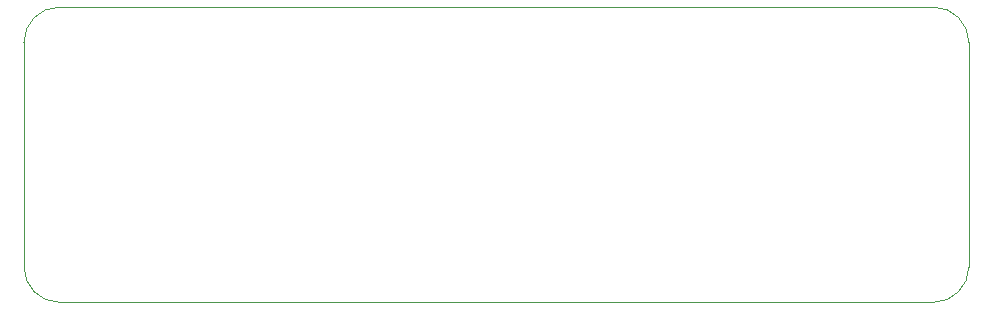
<source format=gbr>
%TF.GenerationSoftware,KiCad,Pcbnew,(6.0.1)*%
%TF.CreationDate,2022-06-13T19:43:20+02:00*%
%TF.ProjectId,Buck IRS25411,4275636b-2049-4525-9332-353431312e6b,rev?*%
%TF.SameCoordinates,Original*%
%TF.FileFunction,Profile,NP*%
%FSLAX46Y46*%
G04 Gerber Fmt 4.6, Leading zero omitted, Abs format (unit mm)*
G04 Created by KiCad (PCBNEW (6.0.1)) date 2022-06-13 19:43:20*
%MOMM*%
%LPD*%
G01*
G04 APERTURE LIST*
%TA.AperFunction,Profile*%
%ADD10C,0.050000*%
%TD*%
G04 APERTURE END LIST*
D10*
X166000000Y-114000000D02*
G75*
G03*
X169000000Y-111000000I0J3000000D01*
G01*
X169000000Y-92000000D02*
G75*
G03*
X166000000Y-89000000I-3000000J0D01*
G01*
X92000000Y-89000000D02*
G75*
G03*
X89000000Y-92000000I0J-3000000D01*
G01*
X89000000Y-111000000D02*
G75*
G03*
X92000000Y-114000000I3000000J0D01*
G01*
X89000000Y-92000000D02*
X89000000Y-111000000D01*
X92000000Y-114000000D02*
X166000000Y-114000000D01*
X166000000Y-89000000D02*
X92000000Y-89000000D01*
X169000000Y-111000000D02*
X169000000Y-92000000D01*
M02*

</source>
